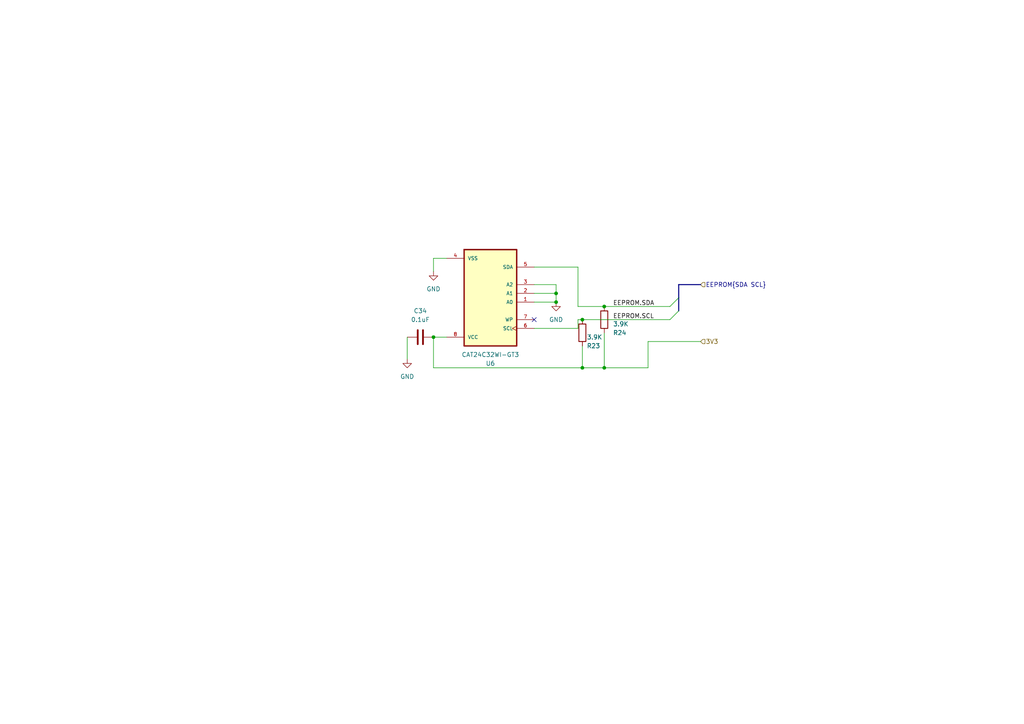
<source format=kicad_sch>
(kicad_sch (version 20211123) (generator eeschema)
  (paper "A4")
  (lib_symbols
    (symbol "Device:C" (pin_numbers hide) (pin_names (offset 0.254))
      (property "Reference" "C" (at 0.635 2.54 0))
      (property "Value" "C" (at 0.635 -2.54 0))
      (symbol "C_0_1"
        (polyline (pts (xy -2.032 -0.762) (xy 2.032 -0.762)) (stroke (width 0.508)))
        (polyline (pts (xy -2.032 0.762) (xy 2.032 0.762)) (stroke (width 0.508)))
      )
      (symbol "C_1_1"
        (pin passive line (at 0 3.81 270) (length 2.794) (name "~") (number "1"))
        (pin passive line (at 0 -3.81 90) (length 2.794) (name "~") (number "2"))
      )
    )
    (symbol "Device:R" (pin_numbers hide) (pin_names (offset 0))
      (property "Reference" "R" (at 2.032 0 90))
      (property "Value" "R" (at 0 0 90))
      (symbol "R_0_1"
        (rectangle (start -1.016 -2.54) (end 1.016 2.54) (stroke (width 0.254)))
      )
      (symbol "R_1_1"
        (pin passive line (at 0 3.81 270) (length 1.27) (name "~") (number "1"))
        (pin passive line (at 0 -3.81 90) (length 1.27) (name "~") (number "2"))
      )
    )
    (symbol "EEPROM:CAT24C32WI-GT3" (pin_names (offset 1.016))
      (property "Reference" "U" (at -7.6205 12.7008 0))
      (property "Value" "CAT24C32WI-GT3" (at -7.5948 -17.755 0))
      (symbol "CAT24C32WI-GT3_0_0"
        (rectangle (start -7.62 -15.24) (end 7.62 12.7) (stroke (width 0.4064)) (fill (type background)))
        (pin input line (at -12.7 0 0) (length 5.08) (name "A0") (number "1"))
        (pin input line (at -12.7 -2.54 0) (length 5.08) (name "A1") (number "2"))
        (pin input line (at -12.7 -5.08 0) (length 5.08) (name "A2") (number "3"))
        (pin passive line (at 12.7 -12.7 180) (length 5.08) (name "VSS") (number "4"))
        (pin bidirectional line (at -12.7 -10.16 0) (length 5.08) (name "SDA") (number "5"))
        (pin input clock (at -12.7 7.62 0) (length 5.08) (name "SCL") (number "6"))
        (pin input line (at -12.7 5.08 0) (length 5.08) (name "WP") (number "7"))
        (pin power_in line (at 12.7 10.16 180) (length 5.08) (name "VCC") (number "8"))
      )
    )
    (symbol "power:GND" (power) (pin_names (offset 0))
      (property "Value" "GND" (at 0 -3.81 0))
      (symbol "GND_0_1"
        (polyline (pts (xy 0 0) (xy 0 -1.27) (xy 1.27 -1.27) (xy 0 -2.54) (xy -1.27 -1.27) (xy 0 -1.27)))
      )
      (symbol "GND_1_1"
        (pin power_in line (at 0 0 270) (length 0) hide (name "GND") (number "1"))
      )
    )
  )
  (junction (at 168.91 92.71))
  (junction (at 175.26 106.68))
  (junction (at 175.26 88.9))
  (junction (at 161.29 85.09))
  (junction (at 125.73 97.79))
  (junction (at 168.91 106.68))
  (junction (at 161.29 87.63))
  (no_connect (at 154.94 92.71))
  (bus_entry (at 196.85 90.17) (size -2.54 2.54))
  (bus_entry (at 196.85 86.36) (size -2.54 2.54))
  (wire (pts (xy 161.29 85.09) (xy 161.29 87.63)))
  (wire (pts (xy 125.73 74.93) (xy 129.54 74.93)))
  (wire (pts (xy 154.94 85.09) (xy 161.29 85.09)))
  (wire (pts (xy 203.2 99.06) (xy 187.96 99.06)))
  (wire (pts (xy 125.73 74.93) (xy 125.73 78.74)))
  (wire (pts (xy 167.64 88.9) (xy 167.64 77.47)))
  (wire (pts (xy 175.26 88.9) (xy 194.31 88.9)))
  (wire (pts (xy 187.96 99.06) (xy 187.96 106.68)))
  (wire (pts (xy 154.94 82.55) (xy 161.29 82.55)))
  (wire (pts (xy 168.91 92.71) (xy 194.31 92.71)))
  (wire (pts (xy 168.91 100.33) (xy 168.91 106.68)))
  (wire (pts (xy 175.26 96.52) (xy 175.26 106.68)))
  (bus (pts (xy 196.85 82.55) (xy 196.85 86.36)))
  (bus (pts (xy 203.2 82.55) (xy 196.85 82.55)))
  (bus (pts (xy 196.85 86.36) (xy 196.85 90.17)))
  (wire (pts (xy 167.64 95.25) (xy 167.64 92.71)))
  (wire (pts (xy 154.94 87.63) (xy 161.29 87.63)))
  (wire (pts (xy 167.64 92.71) (xy 168.91 92.71)))
  (wire (pts (xy 161.29 82.55) (xy 161.29 85.09)))
  (wire (pts (xy 154.94 95.25) (xy 167.64 95.25)))
  (wire (pts (xy 187.96 106.68) (xy 175.26 106.68)))
  (wire (pts (xy 167.64 88.9) (xy 175.26 88.9)))
  (wire (pts (xy 125.73 97.79) (xy 129.54 97.79)))
  (wire (pts (xy 125.73 106.68) (xy 125.73 97.79)))
  (wire (pts (xy 118.11 97.79) (xy 118.11 104.14)))
  (wire (pts (xy 175.26 106.68) (xy 168.91 106.68)))
  (wire (pts (xy 168.91 106.68) (xy 125.73 106.68)))
  (wire (pts (xy 167.64 77.47) (xy 154.94 77.47)))
  (label "EEPROM.SCL" (at 177.8 92.71 0))
  (label "EEPROM.SDA" (at 177.8 88.9 0))
  (hierarchical_label "3V3" (shape input) (at 203.2 99.06 0))
  (hierarchical_label "EEPROM{SDA SCL}" (shape input) (at 203.2 82.55 0))
  (symbol (lib_id "Device:C") (at 121.92 97.79 90) (unit 1)
    (property "Reference" "C34" (at 121.92 90.17 90))
    (property "Value" "0.1uF" (at 121.92 92.71 90))
    (property "Footprint" "Capacitor_SMD:C_0603_1608Metric_Pad1.08x0.95mm_HandSolder" (effects hide))
    (property "Digikey" "https://www.digikey.com/short/3wn2fdb2" (effects hide))
  )
  (symbol (lib_id "Device:R") (at 175.26 92.71 0) (unit 1)
    (property "Reference" "R24" (at 177.8 96.52 0) (effects (justify left)))
    (property "Value" "3.9K" (at 177.8 93.9799 0) (effects (justify left)))
    (property "Footprint" "Resistor_SMD:R_0603_1608Metric_Pad0.98x0.95mm_HandSolder" (effects hide))
  )
  (symbol (lib_id "power:GND") (at 161.29 87.63 0) (unit 1)
    (property "Reference" "#PWR0167" (effects hide))
    (property "Value" "GND" (at 161.29 92.71 0))
  )
  (symbol (lib_id "power:GND") (at 118.11 104.14 0) (unit 1)
    (property "Reference" "#PWR0169" (effects hide))
    (property "Value" "GND" (at 118.11 109.22 0))
  )
  (symbol (lib_id "Device:R") (at 168.91 96.52 0) (unit 1)
    (property "Reference" "R23" (at 170.18 100.33 0) (effects (justify left)))
    (property "Value" "3.9K" (at 170.18 97.79 0) (effects (justify left)))
    (property "Footprint" "Resistor_SMD:R_0603_1608Metric_Pad0.98x0.95mm_HandSolder" (effects hide))
  )
  (symbol (lib_id "power:GND") (at 125.73 78.74 0) (unit 1)
    (property "Reference" "#PWR0168" (effects hide))
    (property "Value" "GND" (at 125.73 83.82 0))
  )
  (symbol (lib_id "EEPROM:CAT24C32WI-GT3") (at 142.24 87.63 180) (unit 1)
    (property "Reference" "U6" (at 142.24 105.41 0))
    (property "Value" "CAT24C32WI-GT3" (at 142.24 102.87 0))
    (property "Footprint" "SOIC127P600X175-8N" (effects hide))
    (property "MANUFACTURER" "ON Semiconductor" (effects hide))
    (property "Digikey" "https://www.digikey.com/short/4dttbf8j" (effects hide))
  )
)
</source>
